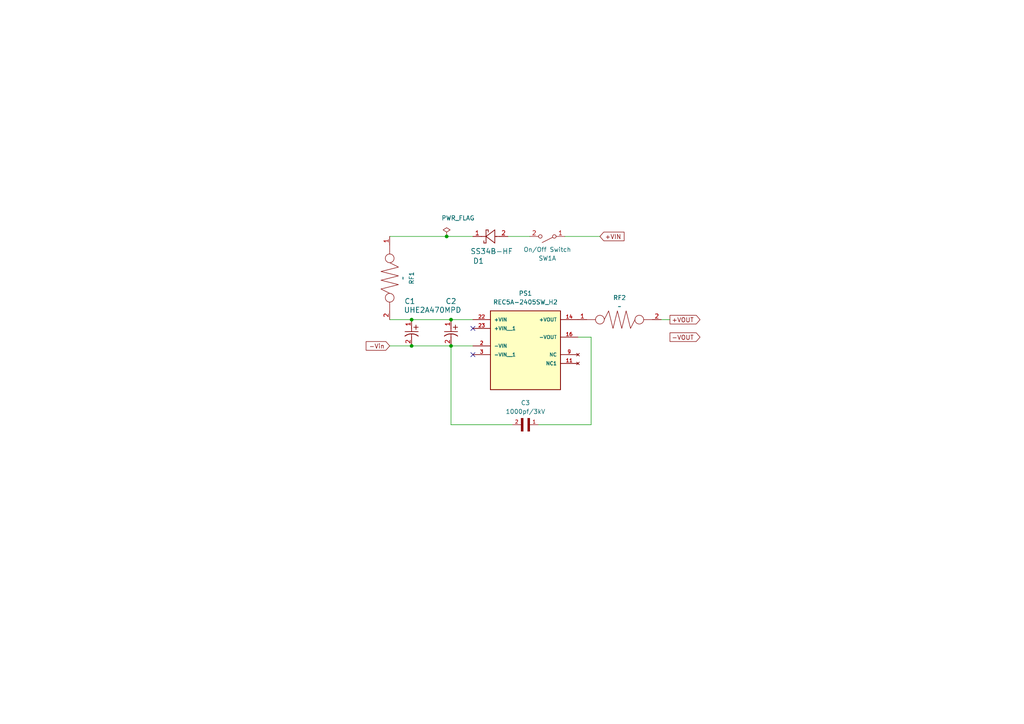
<source format=kicad_sch>
(kicad_sch (version 20250114) (generator "eeschema") (generator_version "9.0")
  (paper "A4")
  (lib_symbols
    (symbol "2025-03-08_07-44-24:SS34B-HF" (pin_names (offset 0.254))
      (property "Reference" "CR" (at 5.08 4.445 0))
      (property "Value" "SS34B-HF" (at 5.08 -3.81 0))
      (symbol "SS34B-HF_0_1"
        (polyline (pts (xy 2.54 0) (xy 3.4798 0)) (stroke (width 0.2032)))
        (polyline (pts (xy 3.175 0) (xy 3.81 0)) (stroke (width 0.2032)))
        (polyline (pts (xy 3.81 1.905) (xy 3.81 -1.905)) (stroke (width 0.2032)))
        (polyline (pts (xy 3.81 -1.905) (xy 6.35 0)) (stroke (width 0.2032)))
        (polyline (pts (xy 5.715 -1.905) (xy 5.715 -1.27)) (stroke (width 0.2032)))
        (polyline (pts (xy 6.35 1.905) (xy 6.985 1.905)) (stroke (width 0.2032)))
        (polyline (pts (xy 6.35 0) (xy 3.81 1.905)) (stroke (width 0.2032)))
        (polyline (pts (xy 6.35 0) (xy 7.62 0)) (stroke (width 0.2032)))
        (polyline (pts (xy 6.35 -1.905) (xy 5.715 -1.905)) (stroke (width 0.2032)))
        (polyline (pts (xy 6.35 -1.905) (xy 6.35 1.905)) (stroke (width 0.2032)))
        (polyline (pts (xy 6.985 1.905) (xy 6.985 1.27)) (stroke (width 0.2032)))
        (pin unspecified line (at 0 0 0) (length 2.54) (name "") (number "2"))
        (pin unspecified line (at 10.16 0 180) (length 2.54) (name "") (number "1"))
      )
    )
    (symbol "2025-04-04_11-54-12:UHE2A470MPD" (pin_names (offset 0.254))
      (property "Reference" "C" (at 3.81 3.81 0))
      (property "Value" "UHE2A470MPD" (at 3.81 -3.81 0))
      (symbol "UHE2A470MPD_1_1"
        (polyline (pts (xy 1.5748 1.27) (xy 2.8448 1.27)) (stroke (width 0.2032)))
        (polyline (pts (xy 2.2098 0.635) (xy 2.2098 1.905)) (stroke (width 0.2032)))
        (polyline (pts (xy 2.54 0) (xy 3.4798 0)) (stroke (width 0.2032)))
        (polyline (pts (xy 3.4798 -1.905) (xy 3.4798 1.905)) (stroke (width 0.2032)))
        (polyline (pts (xy 4.1148 0) (xy 5.08 0)) (stroke (width 0.2032)))
        (arc (start 4.7541 -1.9108) (mid 4.1148 0) (end 4.7541 1.9108) (stroke (width 0.254)))
        (pin unspecified line (at 0 0 0) (length 2.54) (name "") (number "1"))
        (pin unspecified line (at 7.62 0 180) (length 2.54) (name "") (number "2"))
      )
      (symbol "UHE2A470MPD_1_2"
        (polyline (pts (xy -1.905 -3.4798) (xy 1.905 -3.4798)) (stroke (width 0.2032)))
        (polyline (pts (xy 0 -2.54) (xy 0 -3.4798)) (stroke (width 0.2032)))
        (polyline (pts (xy 0 -4.1148) (xy 0 -5.08)) (stroke (width 0.2032)))
        (arc (start -1.9108 -4.7541) (mid 0 -4.1148) (end 1.9108 -4.7541) (stroke (width 0.254)))
        (polyline (pts (xy 0.635 -2.2098) (xy 1.905 -2.2098)) (stroke (width 0.2032)))
        (polyline (pts (xy 1.27 -1.5748) (xy 1.27 -2.8448)) (stroke (width 0.2032)))
        (pin unspecified line (at 0 0 270) (length 2.54) (name "") (number "2"))
        (pin unspecified line (at 0 -7.62 90) (length 2.54) (name "") (number "1"))
      )
    )
    (symbol "CL31B106KAHNNNE:CL31B106KAHNNNE" (pin_names (offset 1.016))
      (property "Reference" "C" (at 0 3.81 0))
      (property "Value" "CL31B106KAHNNNE" (at 0 -5.08 0))
      (symbol "CL31B106KAHNNNE_0_0"
        (rectangle (start 0 -1.905) (end 0.635 1.905) (stroke (width 0.1)) (fill (type outline)))
        (rectangle (start 1.905 -1.905) (end 2.54 1.905) (stroke (width 0.1)) (fill (type outline)))
        (pin passive line (at -2.54 0 0) (length 2.54) (name "~") (number "2"))
        (pin passive line (at 5.08 0 180) (length 2.54) (name "~") (number "1"))
      )
    )
    (symbol "REC5A-2405SW_H2:REC5A-2405SW_H2" (pin_names (offset 1.016))
      (property "Reference" "PS" (at -10.1639 8.8979 0))
      (property "Value" "REC5A-2405SW_H2" (at -10.1614 -17.7827 0))
      (symbol "REC5A-2405SW_H2_0_0"
        (rectangle (start -10.16 -15.24) (end 10.16 7.62) (stroke (width 0.254)) (fill (type background)))
        (pin input line (at -15.24 5.08 0) (length 5.08) (name "+VIN") (number "22"))
        (pin input line (at -15.24 2.54 0) (length 5.08) (name "+VIN__1") (number "23"))
        (pin input line (at -15.24 -2.54 0) (length 5.08) (name "-VIN") (number "2"))
        (pin input line (at -15.24 -5.08 0) (length 5.08) (name "-VIN__1") (number "3"))
        (pin output line (at 15.24 5.08 180) (length 5.08) (name "+VOUT") (number "14"))
        (pin output line (at 15.24 0 180) (length 5.08) (name "-VOUT") (number "16"))
        (pin no_connect line (at 15.24 -5.08 180) (length 5.08) (name "NC") (number "9"))
        (pin no_connect line (at 15.24 -7.62 180) (length 5.08) (name "NC1") (number "11"))
      )
    )
    (symbol "Switch:SW_DPST_x2" (pin_names (offset 0) (hide yes))
      (property "Reference" "SW" (at 0 3.175 0))
      (property "Value" "SW_DPST_x2" (at 0 -2.54 0))
      (symbol "SW_DPST_x2_0_0"
        (circle (center -2.032 0) (radius 0.508))
        (polyline (pts (xy -1.524 0.254) (xy 1.524 1.778)))
        (circle (center 2.032 0) (radius 0.508))
      )
      (symbol "SW_DPST_x2_1_1"
        (pin passive line (at -5.08 0 0) (length 2.54) (name "A") (number "1"))
        (pin passive line (at 5.08 0 180) (length 2.54) (name "B") (number "2"))
      )
      (symbol "SW_DPST_x2_2_1"
        (pin passive line (at -5.08 0 0) (length 2.54) (name "A") (number "3"))
        (pin passive line (at 5.08 0 180) (length 2.54) (name "B") (number "4"))
      )
    )
    (symbol "custom_library:reset_fuse"
      (property "Reference" "RF" (at 0 3.81 0))
      (symbol "reset_fuse_0_1"
        (polyline (pts (xy -10.16 0) (xy -7.62 0)))
        (circle (center -6.35 0) (radius 1.27))
        (polyline (pts (xy -5.08 0) (xy -3.81 2.54) (xy -2.54 -2.54) (xy -1.27 2.54) (xy 0 -2.54) (xy 1.27 2.54) (xy 2.54 -2.54) (xy 3.81 0)))
        (circle (center 5.08 0) (radius 1.27))
        (polyline (pts (xy 6.35 0) (xy 8.89 0)))
      )
      (symbol "reset_fuse_1_1"
        (pin bidirectional line (at -12.7 0 0) (length 2.54) (name "") (number "1"))
        (pin bidirectional line (at 11.43 0 180) (length 2.54) (name "") (number "2"))
      )
    )
    (symbol "power:PWR_FLAG" (power) (pin_numbers (hide yes)) (pin_names (offset 0) (hide yes))
      (property "Value" "PWR_FLAG" (at 0 3.81 0))
      (symbol "PWR_FLAG_0_0"
        (pin power_out line (at 0 0 90) (length 0) (name "~") (number "1"))
      )
      (symbol "PWR_FLAG_0_1"
        (polyline (pts (xy 0 0) (xy 0 1.27) (xy -1.016 1.905) (xy 0 2.54) (xy 1.016 1.905) (xy 0 1.27)))
      )
    )
  )
  (junction (at 130.81 92.71))
  (junction (at 130.81 100.33))
  (junction (at 129.54 68.58))
  (junction (at 119.38 100.33))
  (junction (at 119.38 92.71))
  (no_connect (at 137.16 102.87))
  (no_connect (at 137.16 95.25))
  (wire (pts (xy 167.64 97.79) (xy 171.45 97.79)))
  (wire (pts (xy 130.81 92.71) (xy 137.16 92.71)))
  (wire (pts (xy 163.83 68.58) (xy 173.99 68.58)))
  (wire (pts (xy 113.03 68.58) (xy 129.54 68.58)))
  (wire (pts (xy 119.38 92.71) (xy 130.81 92.71)))
  (wire (pts (xy 171.45 123.19) (xy 171.45 97.79)))
  (wire (pts (xy 113.03 100.33) (xy 119.38 100.33)))
  (wire (pts (xy 191.77 92.71) (xy 194.31 92.71)))
  (wire (pts (xy 130.81 123.19) (xy 130.81 100.33)))
  (wire (pts (xy 130.81 123.19) (xy 148.59 123.19)))
  (wire (pts (xy 130.81 100.33) (xy 119.38 100.33)))
  (wire (pts (xy 156.21 123.19) (xy 171.45 123.19)))
  (wire (pts (xy 153.67 68.58) (xy 147.32 68.58)))
  (wire (pts (xy 113.03 92.71) (xy 119.38 92.71)))
  (wire (pts (xy 137.16 100.33) (xy 130.81 100.33)))
  (wire (pts (xy 129.54 68.58) (xy 137.16 68.58)))
  (global_label "-VOUT" (shape output) (at 194.31 97.79 0) (property "Intersheetrefs" "${INTERSHEET_REFS}" (effects (hide yes))))
  (global_label "+VOUT" (shape output) (at 194.31 92.71 0) (property "Intersheetrefs" "${INTERSHEET_REFS}" (effects (hide yes))))
  (global_label "-Vin" (shape input) (at 113.03 100.33 180) (property "Intersheetrefs" "${INTERSHEET_REFS}" (effects (hide yes))))
  (global_label "+VIN" (shape input) (at 173.99 68.58 0) (property "Intersheetrefs" "${INTERSHEET_REFS}" (effects (hide yes))))
  (symbol (lib_id "power:PWR_FLAG") (at 129.54 68.58 0) (unit 1)
    (property "Reference" "#FLG02" (effects (hide yes)))
    (property "Value" "PWR_FLAG" (at 128.016 63.246 0) (effects (justify left)))
    (property "Description" "Special symbol for telling ERC where power comes from" (effects (hide yes)))
  )
  (symbol (lib_id "CL31B106KAHNNNE:CL31B106KAHNNNE") (at 151.13 123.19 0) (unit 1)
    (property "Reference" "C3" (at 152.4 116.84 0))
    (property "Value" "1000pf/3kV" (at 152.4 119.38 0))
    (property "Footprint" "footprints:CAPC3216X180N" (effects (hide yes)))
  )
  (symbol (lib_id "Switch:SW_DPST_x2") (at 158.75 68.58 180) (unit 1)
    (property "Reference" "SW1" (at 158.75 74.93 0))
    (property "Value" "On/Off Switch" (at 158.75 72.39 0))
    (property "Footprint" "Button_Switch_SMD:Panasonic_EVQPUJ_EVQPUA" (effects (hide yes)))
    (property "Description" "Single Pole Single Throw (SPST) switch, separate symbol" (effects (hide yes)))
  )
  (symbol (lib_id "custom_library:reset_fuse") (at 180.34 92.71 0) (unit 1)
    (property "Reference" "RF2" (at 179.705 86.36 0))
    (property "Value" "~" (at 179.705 88.9 0))
    (property "Footprint" "footprints:PTC_RESET_FUSE" (effects (hide yes)))
  )
  (symbol (lib_id "2025-04-04_11-54-12:UHE2A470MPD") (at 119.38 92.71 270) (unit 1)
    (property "Reference" "C1" (at 118.872 87.376 90) (effects (font (size 1.524 1.524))))
    (property "Value" "UHE2A470MPD" (at 125.476 89.916 90) (effects (font (size 1.524 1.524))))
    (property "Footprint" "footprints:PCAP_10x12_5-THRU-ELECT_NCA" (effects (hide yes)))
    (property "Datasheet" "UHE2A470MPD" (effects (hide yes)))
  )
  (symbol (lib_id "2025-03-08_07-44-24:SS34B-HF") (at 147.32 68.58 180) (unit 1)
    (property "Reference" "D1" (at 137.16 75.692 0) (effects (font (size 1.524 1.524)) (justify right)))
    (property "Value" "SS34B-HF" (at 136.398 72.898 0) (effects (font (size 1.524 1.524)) (justify right)))
    (property "Footprint" "footprints:DO214AASMB_CIP-L" (effects (hide yes)))
    (property "Datasheet" "SS34B-HF" (effects (hide yes)))
  )
  (symbol (lib_id "REC5A-2405SW_H2:REC5A-2405SW_H2") (at 152.4 97.79 0) (unit 1)
    (property "Reference" "PS1" (at 152.4 85.09 0))
    (property "Value" "REC5A-2405SW_H2" (at 152.4 87.63 0))
    (property "Footprint" "footprints:CONV_REC5A-2405SW_H2" (effects (hide yes)))
    (property "PARTREV" "N/A" (effects (hide yes)))
    (property "STANDARD" "Manufacturer Recommendations" (effects (hide yes)))
    (property "MAXIMUM_PACKAGE_HEIGHT" "10.20mm" (effects (hide yes)))
    (property "MANUFACTURER" "RECOM" (effects (hide yes)))
  )
  (symbol (lib_id "custom_library:reset_fuse") (at 113.03 81.28 270) (unit 1)
    (property "Reference" "RF1" (at 119.38 80.645 0))
    (property "Value" "~" (at 116.84 80.645 0))
    (property "Footprint" "footprints:PTC_RESET_FUSE" (effects (hide yes)))
  )
  (symbol (lib_id "2025-04-04_11-54-12:UHE2A470MPD") (at 130.81 92.71 270) (unit 1)
    (property "Reference" "C2" (at 130.81 87.376 90) (effects (font (size 1.524 1.524))))
    (property "Value" "UHE2A470MPD" (effects (hide yes)))
    (property "Footprint" "footprints:PCAP_10x12_5-THRU-ELECT_NCA" (effects (hide yes)))
    (property "Datasheet" "UHE2A470MPD" (effects (hide yes)))
  )
)
</source>
